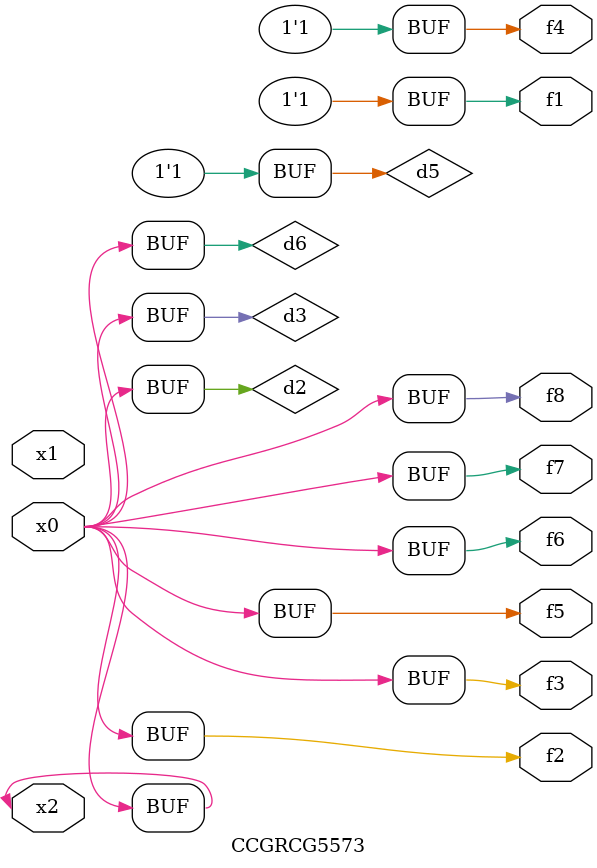
<source format=v>
module CCGRCG5573(
	input x0, x1, x2,
	output f1, f2, f3, f4, f5, f6, f7, f8
);

	wire d1, d2, d3, d4, d5, d6;

	xnor (d1, x2);
	buf (d2, x0, x2);
	and (d3, x0);
	xnor (d4, x1, x2);
	nand (d5, d1, d3);
	buf (d6, d2, d3);
	assign f1 = d5;
	assign f2 = d6;
	assign f3 = d6;
	assign f4 = d5;
	assign f5 = d6;
	assign f6 = d6;
	assign f7 = d6;
	assign f8 = d6;
endmodule

</source>
